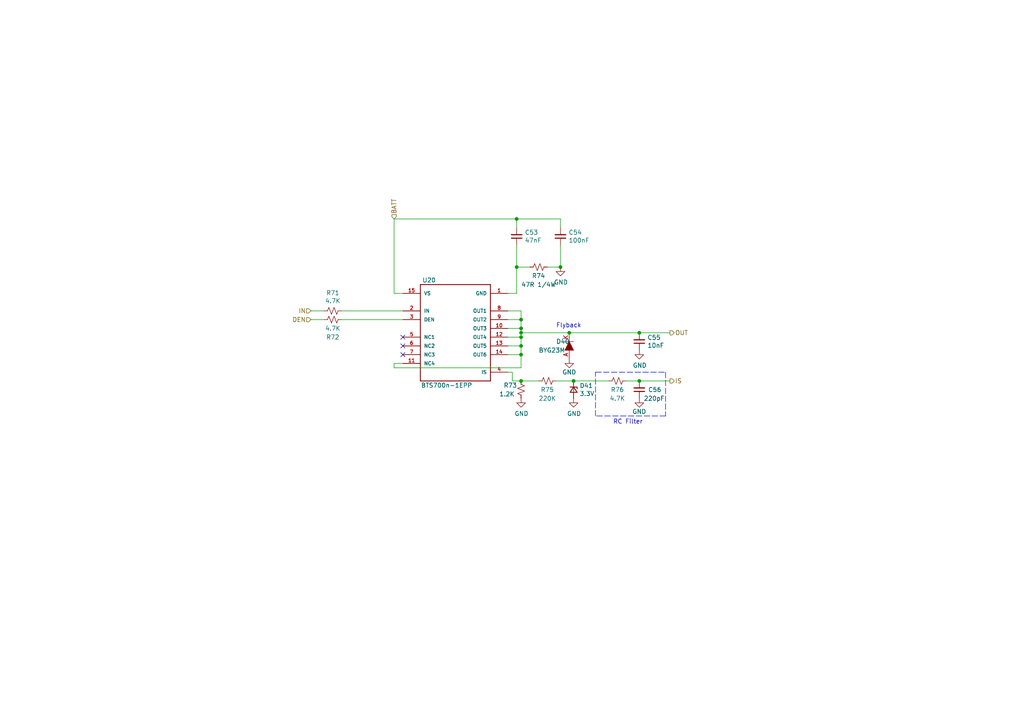
<source format=kicad_sch>
(kicad_sch (version 20211123) (generator eeschema)
  (paper "A4")
  (lib_symbols
    (symbol "Device:C_Small" (pin_numbers hide) (pin_names (offset 0.254) hide)
      (property "Reference" "C" (at 0.254 1.778 0))
      (property "Value" "C_Small" (at 0.254 -2.032 0))
      (symbol "C_Small_0_1"
        (polyline (pts (xy -1.524 -0.508) (xy 1.524 -0.508)) (stroke (width 0.3302)))
        (polyline (pts (xy -1.524 0.508) (xy 1.524 0.508)) (stroke (width 0.3048)))
      )
      (symbol "C_Small_1_1"
        (pin passive line (at 0 2.54 270) (length 2.032) (name "~") (number "1"))
        (pin passive line (at 0 -2.54 90) (length 2.032) (name "~") (number "2"))
      )
    )
    (symbol "Device:D_Zener_Small" (pin_numbers hide) (pin_names (offset 0.254) hide)
      (property "Reference" "D" (at 0 2.286 0))
      (property "Value" "D_Zener_Small" (at 0 -2.286 0))
      (symbol "D_Zener_Small_0_1"
        (polyline (pts (xy 0.762 0) (xy -0.762 0)))
        (polyline (pts (xy -0.254 1.016) (xy -0.762 1.016) (xy -0.762 -1.016)) (stroke (width 0.254)))
        (polyline (pts (xy 0.762 1.016) (xy -0.762 0) (xy 0.762 -1.016) (xy 0.762 1.016)) (stroke (width 0.254)))
      )
      (symbol "D_Zener_Small_1_1"
        (pin passive line (at -2.54 0 0) (length 1.778) (name "K") (number "1"))
        (pin passive line (at 2.54 0 180) (length 1.778) (name "A") (number "2"))
      )
    )
    (symbol "Device:R_Small_US" (pin_numbers hide) (pin_names (offset 0.254) hide)
      (property "Reference" "R" (at 0.762 0.508 0))
      (property "Value" "R_Small_US" (at 0.762 -1.016 0))
      (symbol "R_Small_US_1_1"
        (polyline (pts (xy 0 0) (xy 1.016 -0.381) (xy 0 -0.762) (xy -1.016 -1.143) (xy 0 -1.524)))
        (polyline (pts (xy 0 1.524) (xy 1.016 1.143) (xy 0 0.762) (xy -1.016 0.381) (xy 0 0)))
        (pin passive line (at 0 2.54 270) (length 1.016) (name "~") (number "1"))
        (pin passive line (at 0 -2.54 90) (length 1.016) (name "~") (number "2"))
      )
    )
    (symbol "Profet:BTS700n-1EPP" (pin_names (offset 1.016))
      (property "Reference" "U?" (at 0 0 0))
      (property "Value" "Profet_BTS700n-1EPP" (at 0 -32.0294 0))
      (symbol "BTS700n-1EPP_0_0"
        (polyline (pts (xy 0 -27.94) (xy 0 0)) (stroke (width 0.254)))
        (polyline (pts (xy 0 -27.94) (xy 20.32 -27.94)) (stroke (width 0.254)))
        (polyline (pts (xy 0 0) (xy 20.32 0)) (stroke (width 0.254)))
        (polyline (pts (xy 20.32 0) (xy 20.32 -27.94)) (stroke (width 0.254)))
        (pin power_in line (at 25.4 -2.54 180) (length 5.08) (name "GND") (number "1"))
        (pin output line (at 25.4 -12.7 180) (length 5.08) (name "OUT3") (number "10"))
        (pin passive line (at -5.08 -22.86 0) (length 5.08) (name "NC4") (number "11"))
        (pin output line (at 25.4 -15.24 180) (length 5.08) (name "OUT4") (number "12"))
        (pin output line (at 25.4 -17.78 180) (length 5.08) (name "OUT5") (number "13"))
        (pin output line (at 25.4 -20.32 180) (length 5.08) (name "OUT6") (number "14"))
        (pin power_in line (at -5.08 -2.54 0) (length 5.08) (name "VS") (number "15"))
        (pin input line (at -5.08 -7.62 0) (length 5.08) (name "IN") (number "2"))
        (pin input line (at -5.08 -10.16 0) (length 5.08) (name "DEN") (number "3"))
        (pin output line (at 25.4 -25.4 180) (length 5.08) (name "IS") (number "4"))
        (pin passive line (at -5.08 -15.24 0) (length 5.08) (name "NC1") (number "5"))
        (pin passive line (at -5.08 -17.78 0) (length 5.08) (name "NC2") (number "6"))
        (pin passive line (at -5.08 -20.32 0) (length 5.08) (name "NC3") (number "7"))
        (pin output line (at 25.4 -7.62 180) (length 5.08) (name "OUT1") (number "8"))
        (pin output line (at 25.4 -10.16 180) (length 5.08) (name "OUT2") (number "9"))
      )
    )
    (symbol "dk_Diodes-Rectifiers-Single:SS14" (pin_names (offset 1.016))
      (property "Reference" "D" (at 1.27 2.54 0))
      (property "Value" "SS14" (at 1.27 -2.54 0))
      (symbol "SS14_0_1"
        (polyline (pts (xy 0 0) (xy 2.54 0)))
        (polyline (pts (xy 0 1.27) (xy 0 -1.27)))
        (polyline (pts (xy 2.54 1.27) (xy 2.54 -1.27) (xy 0 0) (xy 2.54 1.27)) (fill (type outline)))
      )
      (symbol "SS14_1_1"
        (pin passive line (at 5.08 0 180) (length 2.54) (name "~") (number "A"))
        (pin passive line (at -2.54 0 0) (length 2.54) (name "~") (number "K"))
      )
    )
    (symbol "power:GND" (power) (pin_names (offset 0))
      (property "Value" "GND" (at 0 -3.81 0))
      (symbol "GND_0_1"
        (polyline (pts (xy 0 0) (xy 0 -1.27) (xy 1.27 -1.27) (xy 0 -2.54) (xy -1.27 -1.27) (xy 0 -1.27)))
      )
      (symbol "GND_1_1"
        (pin power_in line (at 0 0 270) (length 0) hide (name "GND") (number "1"))
      )
    )
  )
  (junction (at 185.42 96.52))
  (junction (at 151.13 92.71))
  (junction (at 165.1 96.52))
  (junction (at 185.42 110.49))
  (junction (at 151.13 110.49))
  (junction (at 151.13 96.52))
  (junction (at 151.13 95.25))
  (junction (at 151.13 97.79))
  (junction (at 166.37 110.49))
  (junction (at 149.86 63.5))
  (junction (at 149.86 77.47))
  (junction (at 162.56 77.47))
  (junction (at 151.13 102.87))
  (junction (at 151.13 100.33))
  (no_connect (at 116.84 97.79))
  (no_connect (at 116.84 100.33))
  (no_connect (at 116.84 102.87))
  (wire (pts (xy 165.1 96.52) (xy 185.42 96.52)))
  (wire (pts (xy 185.42 96.52) (xy 194.31 96.52)))
  (wire (pts (xy 147.32 92.71) (xy 151.13 92.71)))
  (wire (pts (xy 147.32 100.33) (xy 151.13 100.33)))
  (wire (pts (xy 149.86 77.47) (xy 153.67 77.47)))
  (wire (pts (xy 149.86 85.09) (xy 149.86 77.47)))
  (wire (pts (xy 147.32 107.95) (xy 148.59 107.95)))
  (wire (pts (xy 90.17 92.71) (xy 93.98 92.71)))
  (wire (pts (xy 151.13 92.71) (xy 151.13 95.25)))
  (wire (pts (xy 149.86 66.04) (xy 149.86 63.5)))
  (wire (pts (xy 151.13 96.52) (xy 151.13 97.79)))
  (wire (pts (xy 147.32 90.17) (xy 151.13 90.17)))
  (wire (pts (xy 114.3 63.5) (xy 114.3 85.09)))
  (wire (pts (xy 114.3 106.68) (xy 114.3 105.41)))
  (wire (pts (xy 151.13 106.68) (xy 114.3 106.68)))
  (wire (pts (xy 166.37 110.49) (xy 176.53 110.49)))
  (wire (pts (xy 151.13 102.87) (xy 151.13 106.68)))
  (polyline (pts (xy 172.72 120.65) (xy 172.72 107.95)))
  (wire (pts (xy 185.42 110.49) (xy 194.31 110.49)))
  (wire (pts (xy 116.84 90.17) (xy 99.06 90.17)))
  (wire (pts (xy 116.84 92.71) (xy 99.06 92.71)))
  (wire (pts (xy 147.32 95.25) (xy 151.13 95.25)))
  (polyline (pts (xy 172.72 107.95) (xy 193.04 107.95)))
  (wire (pts (xy 114.3 105.41) (xy 116.84 105.41)))
  (wire (pts (xy 158.75 77.47) (xy 162.56 77.47)))
  (wire (pts (xy 147.32 85.09) (xy 149.86 85.09)))
  (wire (pts (xy 151.13 96.52) (xy 165.1 96.52)))
  (wire (pts (xy 90.17 90.17) (xy 93.98 90.17)))
  (wire (pts (xy 114.3 85.09) (xy 116.84 85.09)))
  (polyline (pts (xy 193.04 107.95) (xy 193.04 120.65)))
  (wire (pts (xy 149.86 63.5) (xy 114.3 63.5)))
  (wire (pts (xy 151.13 90.17) (xy 151.13 92.71)))
  (wire (pts (xy 147.32 97.79) (xy 151.13 97.79)))
  (wire (pts (xy 151.13 97.79) (xy 151.13 100.33)))
  (wire (pts (xy 149.86 71.12) (xy 149.86 77.47)))
  (wire (pts (xy 161.29 110.49) (xy 166.37 110.49)))
  (wire (pts (xy 148.59 110.49) (xy 151.13 110.49)))
  (wire (pts (xy 162.56 63.5) (xy 162.56 66.04)))
  (wire (pts (xy 181.61 110.49) (xy 185.42 110.49)))
  (wire (pts (xy 149.86 63.5) (xy 162.56 63.5)))
  (wire (pts (xy 148.59 107.95) (xy 148.59 110.49)))
  (wire (pts (xy 151.13 102.87) (xy 147.32 102.87)))
  (wire (pts (xy 151.13 110.49) (xy 156.21 110.49)))
  (wire (pts (xy 151.13 95.25) (xy 151.13 96.52)))
  (polyline (pts (xy 193.04 120.65) (xy 172.72 120.65)))
  (wire (pts (xy 162.56 77.47) (xy 162.56 71.12)))
  (wire (pts (xy 151.13 100.33) (xy 151.13 102.87)))
  (text "RC Filter" (at 177.8 123.19 0) (effects (font (size 1.27 1.27)) (justify left bottom)))
  (text "Flyback" (at 161.29 95.25 0) (effects (font (size 1.27 1.27)) (justify left bottom)))
  (hierarchical_label "OUT" (shape output) (at 194.31 96.52 0))
  (hierarchical_label "IN" (shape input) (at 90.17 90.17 180))
  (hierarchical_label "BATT" (shape input) (at 114.3 63.5 90))
  (hierarchical_label "IS" (shape output) (at 194.31 110.49 0))
  (hierarchical_label "DEN" (shape input) (at 90.17 92.71 180))
  (symbol (lib_id "Device:R_Small_US") (at 96.52 90.17 270) (unit 1)
    (property "Reference" "R71" (at 96.52 84.963 90))
    (property "Value" "4.7K" (at 96.52 87.2744 90))
    (property "Footprint" "Resistor_SMD:R_0805_2012Metric" (effects hide))
    (property "Digi-Key_PN" "311-4.70KCRCT-ND" (effects hide))
  )
  (symbol (lib_id "Device:R_Small_US") (at 96.52 92.71 270) (unit 1)
    (property "Reference" "R72" (at 96.52 97.79 90))
    (property "Value" "4.7K" (at 96.52 95.25 90))
    (property "Footprint" "Resistor_SMD:R_0805_2012Metric" (effects hide))
    (property "Digi-Key_PN" "311-4.70KCRCT-ND" (effects hide))
  )
  (symbol (lib_id "Device:C_Small") (at 162.56 68.58 180) (unit 1)
    (property "Reference" "C54" (at 164.8968 67.4116 0) (effects (justify right)))
    (property "Value" "100nF" (at 164.8968 69.723 0) (effects (justify right)))
    (property "Footprint" "Capacitor_SMD:C_0805_2012Metric" (effects hide))
    (property "Digi-Key_PN" "478-1395-1-ND" (effects hide))
  )
  (symbol (lib_id "Device:C_Small") (at 149.86 68.58 180) (unit 1)
    (property "Reference" "C53" (at 152.1968 67.4116 0) (effects (justify right)))
    (property "Value" "47nF" (at 152.1968 69.723 0) (effects (justify right)))
    (property "Footprint" "Capacitor_SMD:C_0805_2012Metric" (effects hide))
    (property "Digi-Key_PN" "399-1166-1-ND" (effects hide))
  )
  (symbol (lib_id "Device:R_Small_US") (at 156.21 77.47 270) (unit 1)
    (property "Reference" "R74" (at 156.21 80.01 90))
    (property "Value" "47R 1/4W" (at 156.21 82.55 90))
    (property "Footprint" "Resistor_SMD:R_1206_3216Metric" (effects hide))
    (property "Digi-Key_PN" "311-47.0FRCT-ND" (effects hide))
  )
  (symbol (lib_id "power:GND") (at 162.56 77.47 0) (unit 1)
    (property "Reference" "#PWR0154" (effects hide))
    (property "Value" "GND" (at 162.687 81.8642 0))
  )
  (symbol (lib_id "Device:C_Small") (at 185.42 99.06 180) (unit 1)
    (property "Reference" "C55" (at 187.7568 97.8916 0) (effects (justify right)))
    (property "Value" "10nF" (at 187.7568 100.203 0) (effects (justify right)))
    (property "Footprint" "Capacitor_SMD:C_0805_2012Metric" (effects hide))
    (property "Digi-Key_PN" "311-1136-1-ND" (effects hide))
  )
  (symbol (lib_id "power:GND") (at 185.42 101.6 0) (unit 1)
    (property "Reference" "#PWR0157" (effects hide))
    (property "Value" "GND" (at 185.547 105.9942 0))
  )
  (symbol (lib_id "Device:R_Small_US") (at 179.07 110.49 270) (unit 1)
    (property "Reference" "R76" (at 179.07 113.03 90))
    (property "Value" "4.7K" (at 179.07 115.57 90))
    (property "Footprint" "Resistor_SMD:R_0805_2012Metric" (effects hide))
    (property "Digi-Key_PN" "311-4.70KCRCT-ND" (effects hide))
  )
  (symbol (lib_id "Device:C_Small") (at 185.42 113.03 180) (unit 1)
    (property "Reference" "C56" (at 187.96 113.03 0) (effects (justify right)))
    (property "Value" "220pF" (at 186.69 115.57 0) (effects (justify right)))
    (property "Footprint" "Capacitor_SMD:C_0805_2012Metric" (effects hide))
    (property "Digi-Key_PN" "399-1138-1-ND" (effects hide))
  )
  (symbol (lib_id "Device:R_Small_US") (at 151.13 113.03 0) (unit 1)
    (property "Reference" "R73" (at 146.05 111.76 0) (effects (justify left)))
    (property "Value" "1.2K" (at 144.78 114.3 0) (effects (justify left)))
    (property "Footprint" "Resistor_SMD:R_0805_2012Metric" (effects hide))
    (property "Digi-Key_PN" "311-1.20KCRCT-ND" (effects hide))
  )
  (symbol (lib_id "Device:R_Small_US") (at 158.75 110.49 270) (unit 1)
    (property "Reference" "R75" (at 158.75 113.03 90))
    (property "Value" "220K" (at 158.75 115.57 90))
    (property "Footprint" "Resistor_SMD:R_0805_2012Metric" (effects hide))
    (property "Digi-Key_PN" "311-220KARCT-ND" (effects hide))
  )
  (symbol (lib_id "Device:D_Zener_Small") (at 166.37 113.03 270) (unit 1)
    (property "Reference" "D41" (at 168.0972 111.8616 90) (effects (justify left)))
    (property "Value" "3.3V" (at 168.0972 114.173 90) (effects (justify left)))
    (property "Footprint" "Diode_SMD:D_SOD-323_HandSoldering" (effects hide))
    (property "Digi-Key_PN" "SZMMSZ4684T1GOSCT-ND" (effects hide))
  )
  (symbol (lib_id "power:GND") (at 151.13 115.57 0) (unit 1)
    (property "Reference" "#PWR0153" (effects hide))
    (property "Value" "GND" (at 151.257 119.9642 0))
  )
  (symbol (lib_id "power:GND") (at 166.37 115.57 0) (unit 1)
    (property "Reference" "#PWR0156" (effects hide))
    (property "Value" "GND" (at 166.497 119.9642 0))
  )
  (symbol (lib_id "power:GND") (at 185.42 115.57 0) (unit 1)
    (property "Reference" "#PWR0158" (effects hide))
    (property "Value" "GND" (at 185.42 119.38 0))
  )
  (symbol (lib_id "power:GND") (at 165.1 104.14 0) (unit 1)
    (property "Reference" "#PWR0155" (effects hide))
    (property "Value" "GND" (at 165.1 107.95 0))
  )
  (symbol (lib_id "Profet:BTS700n-1EPP") (at 121.92 82.55 0) (unit 1)
    (property "Reference" "U20" (at 124.46 81.28 0))
    (property "Value" "BTS700n-1EPP" (at 129.54 111.76 0))
    (property "Footprint" "Profet:TDSO-14" (effects hide))
    (property "Digi-Key_PN" "BTS70021EPPXUMA1CT-ND" (effects hide))
  )
  (symbol (lib_id "dk_Diodes-Rectifiers-Single:SS14") (at 165.1 99.06 270) (unit 1)
    (property "Reference" "D40" (at 161.29 99.06 90) (effects (justify left)))
    (property "Value" "BYG23M" (at 156.21 101.6 90) (effects (justify left)))
    (property "Footprint" "digikey-footprints:DO-214AC" (effects hide))
    (property "Digi-Key_PN" "BYG23M-E3/TR3GICT-ND" (effects hide))
    (property "Status" "Active" (effects hide))
  )
)
</source>
